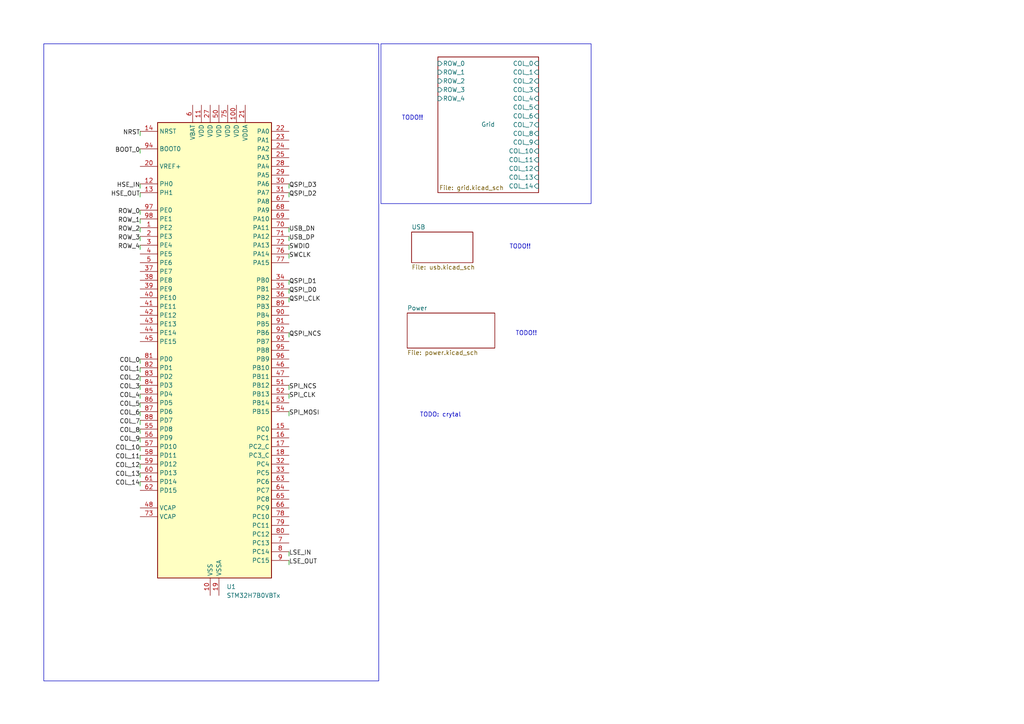
<source format=kicad_sch>
(kicad_sch (version 20231120) (generator "eeschema") (generator_version "8.0")
  (paper "A4")
  (lib_symbols
    (symbol "MCU_ST_STM32H7:STM32H7B0VBTx"
      (property "Reference" "U" (at -15.24 67.31 0))
      (property "Value" "STM32H7B0VBTx" (at 12.7 67.31 0))
      (symbol "STM32H7B0VBTx_0_1"
        (rectangle (start -15.24 -66.04) (end 17.78 66.04) (stroke (width 0.254)) (fill (type background)))
      )
      (symbol "STM32H7B0VBTx_1_1"
        (pin bidirectional line (at -20.32 35.56 0) (length 5.08) (name "PE2") (number "1"))
        (pin power_in line (at 0 -71.12 90) (length 5.08) (name "VSS") (number "10"))
        (pin power_in line (at 7.62 71.12 270) (length 5.08) (name "VDD") (number "100"))
        (pin power_in line (at -2.54 71.12 270) (length 5.08) (name "VDD") (number "11"))
        (pin bidirectional line (at -20.32 48.26 0) (length 5.08) (name "PH0") (number "12"))
        (pin bidirectional line (at -20.32 45.72 0) (length 5.08) (name "PH1") (number "13"))
        (pin input line (at -20.32 63.5 0) (length 5.08) (name "NRST") (number "14"))
        (pin bidirectional line (at 22.86 -22.86 180) (length 5.08) (name "PC0") (number "15"))
        (pin bidirectional line (at 22.86 -25.4 180) (length 5.08) (name "PC1") (number "16"))
        (pin bidirectional line (at 22.86 -27.94 180) (length 5.08) (name "PC2_C") (number "17"))
        (pin bidirectional line (at 22.86 -30.48 180) (length 5.08) (name "PC3_C") (number "18"))
        (pin power_in line (at 2.54 -71.12 90) (length 5.08) (name "VSSA") (number "19"))
        (pin bidirectional line (at -20.32 33.02 0) (length 5.08) (name "PE3") (number "2"))
        (pin input line (at -20.32 53.34 0) (length 5.08) (name "VREF+") (number "20"))
        (pin power_in line (at 10.16 71.12 270) (length 5.08) (name "VDDA") (number "21"))
        (pin bidirectional line (at 22.86 63.5 180) (length 5.08) (name "PA0") (number "22"))
        (pin bidirectional line (at 22.86 60.96 180) (length 5.08) (name "PA1") (number "23"))
        (pin bidirectional line (at 22.86 58.42 180) (length 5.08) (name "PA2") (number "24"))
        (pin bidirectional line (at 22.86 55.88 180) (length 5.08) (name "PA3") (number "25"))
        (pin passive line (at 0 -71.12 90) (length 5.08) hide (name "VSS") (number "26"))
        (pin power_in line (at 0 71.12 270) (length 5.08) (name "VDD") (number "27"))
        (pin bidirectional line (at 22.86 53.34 180) (length 5.08) (name "PA4") (number "28"))
        (pin bidirectional line (at 22.86 50.8 180) (length 5.08) (name "PA5") (number "29"))
        (pin bidirectional line (at -20.32 30.48 0) (length 5.08) (name "PE4") (number "3"))
        (pin bidirectional line (at 22.86 48.26 180) (length 5.08) (name "PA6") (number "30"))
        (pin bidirectional line (at 22.86 45.72 180) (length 5.08) (name "PA7") (number "31"))
        (pin bidirectional line (at 22.86 -33.02 180) (length 5.08) (name "PC4") (number "32"))
        (pin bidirectional line (at 22.86 -35.56 180) (length 5.08) (name "PC5") (number "33"))
        (pin bidirectional line (at 22.86 20.32 180) (length 5.08) (name "PB0") (number "34"))
        (pin bidirectional line (at 22.86 17.78 180) (length 5.08) (name "PB1") (number "35"))
        (pin bidirectional line (at 22.86 15.24 180) (length 5.08) (name "PB2") (number "36"))
        (pin bidirectional line (at -20.32 22.86 0) (length 5.08) (name "PE7") (number "37"))
        (pin bidirectional line (at -20.32 20.32 0) (length 5.08) (name "PE8") (number "38"))
        (pin bidirectional line (at -20.32 17.78 0) (length 5.08) (name "PE9") (number "39"))
        (pin bidirectional line (at -20.32 27.94 0) (length 5.08) (name "PE5") (number "4"))
        (pin bidirectional line (at -20.32 15.24 0) (length 5.08) (name "PE10") (number "40"))
        (pin bidirectional line (at -20.32 12.7 0) (length 5.08) (name "PE11") (number "41"))
        (pin bidirectional line (at -20.32 10.16 0) (length 5.08) (name "PE12") (number "42"))
        (pin bidirectional line (at -20.32 7.62 0) (length 5.08) (name "PE13") (number "43"))
        (pin bidirectional line (at -20.32 5.08 0) (length 5.08) (name "PE14") (number "44"))
        (pin bidirectional line (at -20.32 2.54 0) (length 5.08) (name "PE15") (number "45"))
        (pin bidirectional line (at 22.86 -5.08 180) (length 5.08) (name "PB10") (number "46"))
        (pin bidirectional line (at 22.86 -7.62 180) (length 5.08) (name "PB11") (number "47"))
        (pin power_out line (at -20.32 -45.72 0) (length 5.08) (name "VCAP") (number "48"))
        (pin passive line (at 0 -71.12 90) (length 5.08) hide (name "VSS") (number "49"))
        (pin bidirectional line (at -20.32 25.4 0) (length 5.08) (name "PE6") (number "5"))
        (pin power_in line (at 2.54 71.12 270) (length 5.08) (name "VDD") (number "50"))
        (pin bidirectional line (at 22.86 -10.16 180) (length 5.08) (name "PB12") (number "51"))
        (pin bidirectional line (at 22.86 -12.7 180) (length 5.08) (name "PB13") (number "52"))
        (pin bidirectional line (at 22.86 -15.24 180) (length 5.08) (name "PB14") (number "53"))
        (pin bidirectional line (at 22.86 -17.78 180) (length 5.08) (name "PB15") (number "54"))
        (pin bidirectional line (at -20.32 -22.86 0) (length 5.08) (name "PD8") (number "55"))
        (pin bidirectional line (at -20.32 -25.4 0) (length 5.08) (name "PD9") (number "56"))
        (pin bidirectional line (at -20.32 -27.94 0) (length 5.08) (name "PD10") (number "57"))
        (pin bidirectional line (at -20.32 -30.48 0) (length 5.08) (name "PD11") (number "58"))
        (pin bidirectional line (at -20.32 -33.02 0) (length 5.08) (name "PD12") (number "59"))
        (pin power_in line (at -5.08 71.12 270) (length 5.08) (name "VBAT") (number "6"))
        (pin bidirectional line (at -20.32 -35.56 0) (length 5.08) (name "PD13") (number "60"))
        (pin bidirectional line (at -20.32 -38.1 0) (length 5.08) (name "PD14") (number "61"))
        (pin bidirectional line (at -20.32 -40.64 0) (length 5.08) (name "PD15") (number "62"))
        (pin bidirectional line (at 22.86 -38.1 180) (length 5.08) (name "PC6") (number "63"))
        (pin bidirectional line (at 22.86 -40.64 180) (length 5.08) (name "PC7") (number "64"))
        (pin bidirectional line (at 22.86 -43.18 180) (length 5.08) (name "PC8") (number "65"))
        (pin bidirectional line (at 22.86 -45.72 180) (length 5.08) (name "PC9") (number "66"))
        (pin bidirectional line (at 22.86 43.18 180) (length 5.08) (name "PA8") (number "67"))
        (pin bidirectional line (at 22.86 40.64 180) (length 5.08) (name "PA9") (number "68"))
        (pin bidirectional line (at 22.86 38.1 180) (length 5.08) (name "PA10") (number "69"))
        (pin bidirectional line (at 22.86 -55.88 180) (length 5.08) (name "PC13") (number "7"))
        (pin bidirectional line (at 22.86 35.56 180) (length 5.08) (name "PA11") (number "70"))
        (pin bidirectional line (at 22.86 33.02 180) (length 5.08) (name "PA12") (number "71"))
        (pin bidirectional line (at 22.86 30.48 180) (length 5.08) (name "PA13") (number "72"))
        (pin power_out line (at -20.32 -48.26 0) (length 5.08) (name "VCAP") (number "73"))
        (pin passive line (at 0 -71.12 90) (length 5.08) hide (name "VSS") (number "74"))
        (pin power_in line (at 5.08 71.12 270) (length 5.08) (name "VDD") (number "75"))
        (pin bidirectional line (at 22.86 27.94 180) (length 5.08) (name "PA14") (number "76"))
        (pin bidirectional line (at 22.86 25.4 180) (length 5.08) (name "PA15") (number "77"))
        (pin bidirectional line (at 22.86 -48.26 180) (length 5.08) (name "PC10") (number "78"))
        (pin bidirectional line (at 22.86 -50.8 180) (length 5.08) (name "PC11") (number "79"))
        (pin bidirectional line (at 22.86 -58.42 180) (length 5.08) (name "PC14") (number "8"))
        (pin bidirectional line (at 22.86 -53.34 180) (length 5.08) (name "PC12") (number "80"))
        (pin bidirectional line (at -20.32 -2.54 0) (length 5.08) (name "PD0") (number "81"))
        (pin bidirectional line (at -20.32 -5.08 0) (length 5.08) (name "PD1") (number "82"))
        (pin bidirectional line (at -20.32 -7.62 0) (length 5.08) (name "PD2") (number "83"))
        (pin bidirectional line (at -20.32 -10.16 0) (length 5.08) (name "PD3") (number "84"))
        (pin bidirectional line (at -20.32 -12.7 0) (length 5.08) (name "PD4") (number "85"))
        (pin bidirectional line (at -20.32 -15.24 0) (length 5.08) (name "PD5") (number "86"))
        (pin bidirectional line (at -20.32 -17.78 0) (length 5.08) (name "PD6") (number "87"))
        (pin bidirectional line (at -20.32 -20.32 0) (length 5.08) (name "PD7") (number "88"))
        (pin bidirectional line (at 22.86 12.7 180) (length 5.08) (name "PB3") (number "89"))
        (pin bidirectional line (at 22.86 -60.96 180) (length 5.08) (name "PC15") (number "9"))
        (pin bidirectional line (at 22.86 10.16 180) (length 5.08) (name "PB4") (number "90"))
        (pin bidirectional line (at 22.86 7.62 180) (length 5.08) (name "PB5") (number "91"))
        (pin bidirectional line (at 22.86 5.08 180) (length 5.08) (name "PB6") (number "92"))
        (pin bidirectional line (at 22.86 2.54 180) (length 5.08) (name "PB7") (number "93"))
        (pin input line (at -20.32 58.42 0) (length 5.08) (name "BOOT0") (number "94"))
        (pin bidirectional line (at 22.86 0 180) (length 5.08) (name "PB8") (number "95"))
        (pin bidirectional line (at 22.86 -2.54 180) (length 5.08) (name "PB9") (number "96"))
        (pin bidirectional line (at -20.32 40.64 0) (length 5.08) (name "PE0") (number "97"))
        (pin bidirectional line (at -20.32 38.1 0) (length 5.08) (name "PE1") (number "98"))
        (pin passive line (at 0 -71.12 90) (length 5.08) hide (name "VSS") (number "99"))
      )
    )
  )
  (wire (pts (xy 40.64 125.73) (xy 40.64 124.46)))
  (wire (pts (xy 40.64 138.43) (xy 40.64 137.16)))
  (wire (pts (xy 40.64 69.85) (xy 40.64 68.58)))
  (wire (pts (xy 40.64 54.61) (xy 40.64 53.34)))
  (wire (pts (xy 40.64 107.95) (xy 40.64 106.68)))
  (wire (pts (xy 40.64 64.77) (xy 40.64 63.5)))
  (wire (pts (xy 40.64 72.39) (xy 40.64 71.12)))
  (wire (pts (xy 40.64 135.89) (xy 40.64 134.62)))
  (wire (pts (xy 40.64 130.81) (xy 40.64 129.54)))
  (wire (pts (xy 83.82 163.83) (xy 83.82 162.56)))
  (wire (pts (xy 40.64 62.23) (xy 40.64 60.96)))
  (wire (pts (xy 40.64 120.65) (xy 40.64 119.38)))
  (wire (pts (xy 40.64 115.57) (xy 40.64 114.3)))
  (wire (pts (xy 40.64 67.31) (xy 40.64 66.04)))
  (wire (pts (xy 40.64 110.49) (xy 40.64 109.22)))
  (wire (pts (xy 83.82 57.15) (xy 83.82 55.88)))
  (wire (pts (xy 83.82 113.03) (xy 83.82 111.76)))
  (wire (pts (xy 40.64 123.19) (xy 40.64 121.92)))
  (wire (pts (xy 83.82 97.79) (xy 83.82 96.52)))
  (wire (pts (xy 83.82 74.93) (xy 83.82 73.66)))
  (wire (pts (xy 40.64 140.97) (xy 40.64 139.7)))
  (wire (pts (xy 40.64 105.41) (xy 40.64 104.14)))
  (wire (pts (xy 83.82 67.31) (xy 83.82 66.04)))
  (wire (pts (xy 40.64 39.37) (xy 40.64 38.1)))
  (wire (pts (xy 83.82 85.09) (xy 83.82 83.82)))
  (wire (pts (xy 40.64 113.03) (xy 40.64 111.76)))
  (wire (pts (xy 83.82 82.55) (xy 83.82 81.28)))
  (wire (pts (xy 40.64 118.11) (xy 40.64 116.84)))
  (wire (pts (xy 83.82 69.85) (xy 83.82 68.58)))
  (wire (pts (xy 83.82 87.63) (xy 83.82 86.36)))
  (wire (pts (xy 40.64 44.45) (xy 40.64 43.18)))
  (wire (pts (xy 83.82 115.57) (xy 83.82 114.3)))
  (wire (pts (xy 83.82 54.61) (xy 83.82 53.34)))
  (wire (pts (xy 40.64 57.15) (xy 40.64 55.88)))
  (wire (pts (xy 40.64 128.27) (xy 40.64 127)))
  (wire (pts (xy 40.64 133.35) (xy 40.64 132.08)))
  (wire (pts (xy 83.82 72.39) (xy 83.82 71.12)))
  (wire (pts (xy 83.82 161.29) (xy 83.82 160.02)))
  (wire (pts (xy 83.82 120.65) (xy 83.82 119.38)))
  (rectangle (start 12.7 12.7) (end 109.855 197.485))
  (rectangle (start 110.49 12.7) (end 171.45 59.055))
  (text "TODO!!" (at 150.876 71.628 0) (effects (font (size 1.27 1.27))))
  (text "TODO: crytal" (at 127.762 120.396 0) (effects (font (size 1.27 1.27))))
  (text "TODO!!" (at 119.634 34.29 0) (effects (font (size 1.27 1.27))))
  (text "TODO!!" (at 152.654 96.774 0) (effects (font (size 1.27 1.27))))
  (label "ROW_0" (at 40.64 62.23 180))
  (label "SWCLK" (at 83.82 74.93 0))
  (label "COL_1" (at 40.64 107.95 180))
  (label "LSE_IN" (at 83.82 161.29 0))
  (label "QSPI_D1" (at 83.82 82.55 0))
  (label "HSE_IN" (at 40.64 54.61 180))
  (label "SPI_MOSI" (at 83.82 120.65 0))
  (label "COL_5" (at 40.64 118.11 180))
  (label "COL_6" (at 40.64 120.65 180))
  (label "COL_7" (at 40.64 123.19 180))
  (label "COL_10" (at 40.64 130.81 180))
  (label "USB_DP" (at 83.82 69.85 0))
  (label "COL_9" (at 40.64 128.27 180))
  (label "SPI_NCS" (at 83.82 113.03 0))
  (label "QSPI_CLK" (at 83.82 87.63 0))
  (label "COL_2" (at 40.64 110.49 180))
  (label "COL_8" (at 40.64 125.73 180))
  (label "QSPI_D0" (at 83.82 85.09 0))
  (label "COL_3" (at 40.64 113.03 180))
  (label "LSE_OUT" (at 83.82 163.83 0))
  (label "ROW_3" (at 40.64 69.85 180))
  (label "QSPI_D3" (at 83.82 54.61 0))
  (label "COL_14" (at 40.64 140.97 180))
  (label "NRST" (at 40.64 39.37 180))
  (label "COL_4" (at 40.64 115.57 180))
  (label "HSE_OUT" (at 40.64 57.15 180))
  (label "COL_12" (at 40.64 135.89 180))
  (label "ROW_4" (at 40.64 72.39 180))
  (label "ROW_2" (at 40.64 67.31 180))
  (label "COL_0" (at 40.64 105.41 180))
  (label "BOOT_0" (at 40.64 44.45 180))
  (label "SPI_CLK" (at 83.82 115.57 0))
  (label "COL_13" (at 40.64 138.43 180))
  (label "COL_11" (at 40.64 133.35 180))
  (label "QSPI_D2" (at 83.82 57.15 0))
  (label "QSPI_NCS" (at 83.82 97.79 0))
  (label "ROW_1" (at 40.64 64.77 180))
  (label "SWDIO" (at 83.82 72.39 0))
  (label "USB_DN" (at 83.82 67.31 0))
  (symbol (lib_id "MCU_ST_STM32H7:STM32H7B0VBTx") (at 60.96 101.6 0) (unit 1)
    (property "Reference" "U1" (at 65.6941 170.18 0) (effects (justify left)))
    (property "Value" "STM32H7B0VBTx" (at 65.6941 172.72 0) (effects (justify left)))
    (property "Footprint" "Package_QFP:LQFP-100_14x14mm_P0.5mm" (effects (hide yes)))
    (property "Datasheet" "https://www.st.com/resource/en/datasheet/stm32h7b0vb.pdf" (effects (hide yes)))
    (property "Description" "STMicroelectronics Arm Cortex-M7 MCU, 128KB flash, 1184KB RAM, 280 MHz, 1.62-3.6V, 82 GPIO, LQFP100" (effects (hide yes)))
  )
  (sheet (at 118.11 90.805) (size 25.4 10.16) (stroke (width 0.1524))
    (property "Sheetname" "Power" (at 118.11 90.0934 0) (effects (justify left bottom)))
    (property "Sheetfile" "power.kicad_sch" (at 118.11 101.5496 0) (effects (justify left top)))
  )
  (sheet (at 127 16.51) (size 29.21 39.37) (stroke (width 0.1524))
    (property "Sheetname" "Grid" (at 139.573 36.83 0) (effects (justify left bottom)))
    (property "Sheetfile" "grid.kicad_sch" (at 127.381 53.721 0) (effects (justify left top)))
    (pin "ROW_2" input (at 127 23.495 180))
    (pin "ROW_0" input (at 127 18.415 180))
    (pin "ROW_4" input (at 127 28.575 180))
    (pin "ROW_3" input (at 127 26.035 180))
    (pin "ROW_1" input (at 127 20.955 180))
    (pin "COL_7" input (at 156.21 36.195 0))
    (pin "COL_4" input (at 156.21 28.575 0))
    (pin "COL_5" input (at 156.21 31.115 0))
    (pin "COL_6" input (at 156.21 33.655 0))
    (pin "COL_8" input (at 156.21 38.735 0))
    (pin "COL_0" input (at 156.21 18.415 0))
    (pin "COL_2" input (at 156.21 23.495 0))
    (pin "COL_1" input (at 156.21 20.955 0))
    (pin "COL_3" input (at 156.21 26.035 0))
    (pin "COL_11" input (at 156.21 46.355 0))
    (pin "COL_9" input (at 156.21 41.275 0))
    (pin "COL_10" input (at 156.21 43.815 0))
    (pin "COL_12" input (at 156.21 48.895 0))
    (pin "COL_13" input (at 156.21 51.435 0))
    (pin "COL_14" input (at 156.21 53.975 0))
  )
  (sheet (at 119.38 67.31) (size 17.78 8.89) (stroke (width 0.1524))
    (property "Sheetname" "USB" (at 119.38 66.5984 0) (effects (justify left bottom)))
    (property "Sheetfile" "usb.kicad_sch" (at 119.38 76.7846 0) (effects (justify left top)))
  )
)
</source>
